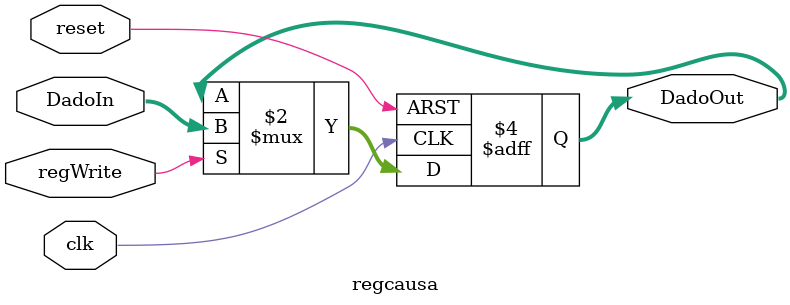
<source format=sv>
module regcausa(
            input clk,
            input reset,
            input regWrite,
            input logic [1:0] DadoIn,
            output logic [1:0] DadoOut
        );

always_ff @(posedge clk or posedge reset)
begin	
	if(reset)begin
		DadoOut <= 2'd0;
	end
	else
	begin
		if (regWrite) begin
		    DadoOut <= DadoIn;
		end
	end		
end
endmodule 

</source>
